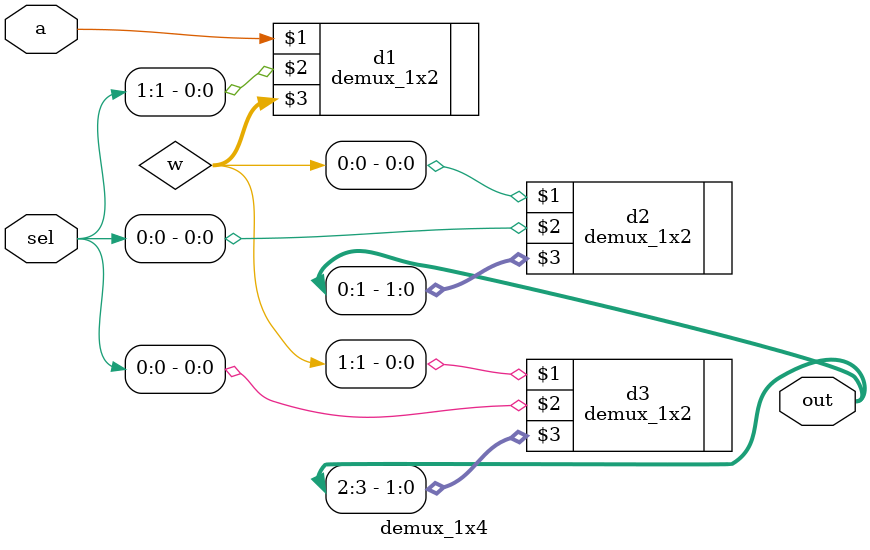
<source format=v>

module demux_1x4(input a,input [1:0] sel,output [0:3] out );

 wire [0:1] w;
 
 demux_1x2 d1(a,sel[1],w);
 
 demux_1x2 d2(w[0],sel[0],out[0:1]);
 demux_1x2 d3(w[1],sel[0],out[2:3]);
 
endmodule

</source>
